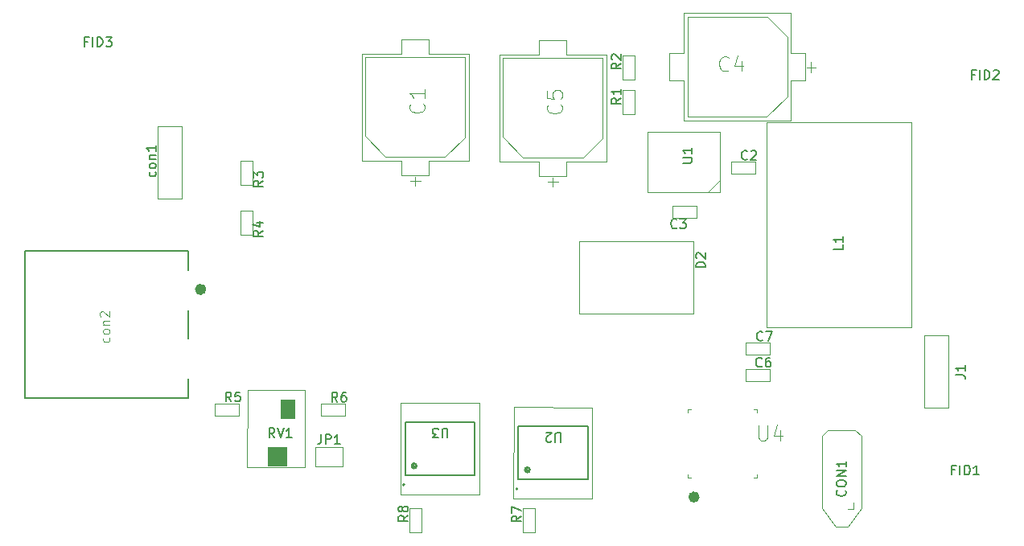
<source format=gbr>
%TF.GenerationSoftware,KiCad,Pcbnew,(5.99.0-11575-g46338403e7)*%
%TF.CreationDate,2021-08-13T15:38:51+02:00*%
%TF.ProjectId,voedings switcher,766f6564-696e-4677-9320-737769746368,rev?*%
%TF.SameCoordinates,Original*%
%TF.FileFunction,Legend,Top*%
%TF.FilePolarity,Positive*%
%FSLAX46Y46*%
G04 Gerber Fmt 4.6, Leading zero omitted, Abs format (unit mm)*
G04 Created by KiCad (PCBNEW (5.99.0-11575-g46338403e7)) date 2021-08-13 15:38:51*
%MOMM*%
%LPD*%
G01*
G04 APERTURE LIST*
%ADD10C,0.150000*%
%ADD11C,0.015000*%
%ADD12C,0.120000*%
%ADD13C,0.200000*%
%ADD14C,0.588558*%
%ADD15C,0.127000*%
%ADD16C,0.609608*%
%ADD17R,2.000000X2.000000*%
%ADD18R,1.500000X2.000000*%
G04 APERTURE END LIST*
D10*
%TO.C,C3*%
X176358333Y-94112142D02*
X176310714Y-94159761D01*
X176167857Y-94207380D01*
X176072619Y-94207380D01*
X175929761Y-94159761D01*
X175834523Y-94064523D01*
X175786904Y-93969285D01*
X175739285Y-93778809D01*
X175739285Y-93635952D01*
X175786904Y-93445476D01*
X175834523Y-93350238D01*
X175929761Y-93255000D01*
X176072619Y-93207380D01*
X176167857Y-93207380D01*
X176310714Y-93255000D01*
X176358333Y-93302619D01*
X176691666Y-93207380D02*
X177310714Y-93207380D01*
X176977380Y-93588333D01*
X177120238Y-93588333D01*
X177215476Y-93635952D01*
X177263095Y-93683571D01*
X177310714Y-93778809D01*
X177310714Y-94016904D01*
X177263095Y-94112142D01*
X177215476Y-94159761D01*
X177120238Y-94207380D01*
X176834523Y-94207380D01*
X176739285Y-94159761D01*
X176691666Y-94112142D01*
%TO.C,R5*%
X129468333Y-112437380D02*
X129135000Y-111961190D01*
X128896904Y-112437380D02*
X128896904Y-111437380D01*
X129277857Y-111437380D01*
X129373095Y-111485000D01*
X129420714Y-111532619D01*
X129468333Y-111627857D01*
X129468333Y-111770714D01*
X129420714Y-111865952D01*
X129373095Y-111913571D01*
X129277857Y-111961190D01*
X128896904Y-111961190D01*
X130373095Y-111437380D02*
X129896904Y-111437380D01*
X129849285Y-111913571D01*
X129896904Y-111865952D01*
X129992142Y-111818333D01*
X130230238Y-111818333D01*
X130325476Y-111865952D01*
X130373095Y-111913571D01*
X130420714Y-112008809D01*
X130420714Y-112246904D01*
X130373095Y-112342142D01*
X130325476Y-112389761D01*
X130230238Y-112437380D01*
X129992142Y-112437380D01*
X129896904Y-112389761D01*
X129849285Y-112342142D01*
D11*
%TO.C,C4*%
X181822532Y-77492429D02*
X181747542Y-77567420D01*
X181522570Y-77642410D01*
X181372589Y-77642410D01*
X181147617Y-77567420D01*
X180997636Y-77417439D01*
X180922645Y-77267457D01*
X180847654Y-76967495D01*
X180847654Y-76742523D01*
X180922645Y-76442560D01*
X180997636Y-76292579D01*
X181147617Y-76142598D01*
X181372589Y-76067607D01*
X181522570Y-76067607D01*
X181747542Y-76142598D01*
X181822532Y-76217589D01*
X183172363Y-76592542D02*
X183172363Y-77642410D01*
X182797410Y-75992617D02*
X182422457Y-77117476D01*
X183397335Y-77117476D01*
D10*
%TO.C,CON1*%
X194077142Y-121764285D02*
X194124761Y-121811904D01*
X194172380Y-121954761D01*
X194172380Y-122050000D01*
X194124761Y-122192857D01*
X194029523Y-122288095D01*
X193934285Y-122335714D01*
X193743809Y-122383333D01*
X193600952Y-122383333D01*
X193410476Y-122335714D01*
X193315238Y-122288095D01*
X193220000Y-122192857D01*
X193172380Y-122050000D01*
X193172380Y-121954761D01*
X193220000Y-121811904D01*
X193267619Y-121764285D01*
X193172380Y-121145238D02*
X193172380Y-120954761D01*
X193220000Y-120859523D01*
X193315238Y-120764285D01*
X193505714Y-120716666D01*
X193839047Y-120716666D01*
X194029523Y-120764285D01*
X194124761Y-120859523D01*
X194172380Y-120954761D01*
X194172380Y-121145238D01*
X194124761Y-121240476D01*
X194029523Y-121335714D01*
X193839047Y-121383333D01*
X193505714Y-121383333D01*
X193315238Y-121335714D01*
X193220000Y-121240476D01*
X193172380Y-121145238D01*
X194172380Y-120288095D02*
X193172380Y-120288095D01*
X194172380Y-119716666D01*
X193172380Y-119716666D01*
X194172380Y-118716666D02*
X194172380Y-119288095D01*
X194172380Y-119002380D02*
X193172380Y-119002380D01*
X193315238Y-119097619D01*
X193410476Y-119192857D01*
X193458095Y-119288095D01*
%TO.C,R6*%
X140643333Y-112462380D02*
X140310000Y-111986190D01*
X140071904Y-112462380D02*
X140071904Y-111462380D01*
X140452857Y-111462380D01*
X140548095Y-111510000D01*
X140595714Y-111557619D01*
X140643333Y-111652857D01*
X140643333Y-111795714D01*
X140595714Y-111890952D01*
X140548095Y-111938571D01*
X140452857Y-111986190D01*
X140071904Y-111986190D01*
X141500476Y-111462380D02*
X141310000Y-111462380D01*
X141214761Y-111510000D01*
X141167142Y-111557619D01*
X141071904Y-111700476D01*
X141024285Y-111890952D01*
X141024285Y-112271904D01*
X141071904Y-112367142D01*
X141119523Y-112414761D01*
X141214761Y-112462380D01*
X141405238Y-112462380D01*
X141500476Y-112414761D01*
X141548095Y-112367142D01*
X141595714Y-112271904D01*
X141595714Y-112033809D01*
X141548095Y-111938571D01*
X141500476Y-111890952D01*
X141405238Y-111843333D01*
X141214761Y-111843333D01*
X141119523Y-111890952D01*
X141071904Y-111938571D01*
X141024285Y-112033809D01*
%TO.C,JP1*%
X138921666Y-115897380D02*
X138921666Y-116611666D01*
X138874047Y-116754523D01*
X138778809Y-116849761D01*
X138635952Y-116897380D01*
X138540714Y-116897380D01*
X139397857Y-116897380D02*
X139397857Y-115897380D01*
X139778809Y-115897380D01*
X139874047Y-115945000D01*
X139921666Y-115992619D01*
X139969285Y-116087857D01*
X139969285Y-116230714D01*
X139921666Y-116325952D01*
X139874047Y-116373571D01*
X139778809Y-116421190D01*
X139397857Y-116421190D01*
X140921666Y-116897380D02*
X140350238Y-116897380D01*
X140635952Y-116897380D02*
X140635952Y-115897380D01*
X140540714Y-116040238D01*
X140445476Y-116135476D01*
X140350238Y-116183095D01*
%TO.C,C7*%
X185383333Y-105957142D02*
X185335714Y-106004761D01*
X185192857Y-106052380D01*
X185097619Y-106052380D01*
X184954761Y-106004761D01*
X184859523Y-105909523D01*
X184811904Y-105814285D01*
X184764285Y-105623809D01*
X184764285Y-105480952D01*
X184811904Y-105290476D01*
X184859523Y-105195238D01*
X184954761Y-105100000D01*
X185097619Y-105052380D01*
X185192857Y-105052380D01*
X185335714Y-105100000D01*
X185383333Y-105147619D01*
X185716666Y-105052380D02*
X186383333Y-105052380D01*
X185954761Y-106052380D01*
%TO.C,RV1*%
X134024761Y-116227772D02*
X133691428Y-115751582D01*
X133453333Y-116227772D02*
X133453333Y-115227772D01*
X133834285Y-115227772D01*
X133929523Y-115275392D01*
X133977142Y-115323011D01*
X134024761Y-115418249D01*
X134024761Y-115561106D01*
X133977142Y-115656344D01*
X133929523Y-115703963D01*
X133834285Y-115751582D01*
X133453333Y-115751582D01*
X134310476Y-115227772D02*
X134643809Y-116227772D01*
X134977142Y-115227772D01*
X135834285Y-116227772D02*
X135262857Y-116227772D01*
X135548571Y-116227772D02*
X135548571Y-115227772D01*
X135453333Y-115370630D01*
X135358095Y-115465868D01*
X135262857Y-115513487D01*
%TO.C,D2*%
X179364380Y-98300095D02*
X178364380Y-98300095D01*
X178364380Y-98062000D01*
X178412000Y-97919142D01*
X178507238Y-97823904D01*
X178602476Y-97776285D01*
X178792952Y-97728666D01*
X178935809Y-97728666D01*
X179126285Y-97776285D01*
X179221523Y-97823904D01*
X179316761Y-97919142D01*
X179364380Y-98062000D01*
X179364380Y-98300095D01*
X178459619Y-97347714D02*
X178412000Y-97300095D01*
X178364380Y-97204857D01*
X178364380Y-96966761D01*
X178412000Y-96871523D01*
X178459619Y-96823904D01*
X178554857Y-96776285D01*
X178650095Y-96776285D01*
X178792952Y-96823904D01*
X179364380Y-97395333D01*
X179364380Y-96776285D01*
%TO.C,U3*%
X152241904Y-116247619D02*
X152241904Y-115438095D01*
X152194285Y-115342857D01*
X152146666Y-115295238D01*
X152051428Y-115247619D01*
X151860952Y-115247619D01*
X151765714Y-115295238D01*
X151718095Y-115342857D01*
X151670476Y-115438095D01*
X151670476Y-116247619D01*
X151289523Y-116247619D02*
X150670476Y-116247619D01*
X151003809Y-115866666D01*
X150860952Y-115866666D01*
X150765714Y-115819047D01*
X150718095Y-115771428D01*
X150670476Y-115676190D01*
X150670476Y-115438095D01*
X150718095Y-115342857D01*
X150765714Y-115295238D01*
X150860952Y-115247619D01*
X151146666Y-115247619D01*
X151241904Y-115295238D01*
X151289523Y-115342857D01*
D11*
%TO.C,U4*%
X184960150Y-114965828D02*
X184960150Y-116240669D01*
X185035140Y-116390650D01*
X185110131Y-116465641D01*
X185260112Y-116540631D01*
X185560075Y-116540631D01*
X185710056Y-116465641D01*
X185785046Y-116390650D01*
X185860037Y-116240669D01*
X185860037Y-114965828D01*
X187284859Y-115490763D02*
X187284859Y-116540631D01*
X186909906Y-114890838D02*
X186534953Y-116015697D01*
X187509831Y-116015697D01*
D10*
%TO.C,C2*%
X183788333Y-86902142D02*
X183740714Y-86949761D01*
X183597857Y-86997380D01*
X183502619Y-86997380D01*
X183359761Y-86949761D01*
X183264523Y-86854523D01*
X183216904Y-86759285D01*
X183169285Y-86568809D01*
X183169285Y-86425952D01*
X183216904Y-86235476D01*
X183264523Y-86140238D01*
X183359761Y-86045000D01*
X183502619Y-85997380D01*
X183597857Y-85997380D01*
X183740714Y-86045000D01*
X183788333Y-86092619D01*
X184169285Y-86092619D02*
X184216904Y-86045000D01*
X184312142Y-85997380D01*
X184550238Y-85997380D01*
X184645476Y-86045000D01*
X184693095Y-86092619D01*
X184740714Y-86187857D01*
X184740714Y-86283095D01*
X184693095Y-86425952D01*
X184121666Y-86997380D01*
X184740714Y-86997380D01*
%TO.C,R4*%
X132777380Y-94431666D02*
X132301190Y-94765000D01*
X132777380Y-95003095D02*
X131777380Y-95003095D01*
X131777380Y-94622142D01*
X131825000Y-94526904D01*
X131872619Y-94479285D01*
X131967857Y-94431666D01*
X132110714Y-94431666D01*
X132205952Y-94479285D01*
X132253571Y-94526904D01*
X132301190Y-94622142D01*
X132301190Y-95003095D01*
X132110714Y-93574523D02*
X132777380Y-93574523D01*
X131729761Y-93812619D02*
X132444047Y-94050714D01*
X132444047Y-93431666D01*
%TO.C,J1*%
X205702380Y-109613333D02*
X206416666Y-109613333D01*
X206559523Y-109660952D01*
X206654761Y-109756190D01*
X206702380Y-109899047D01*
X206702380Y-109994285D01*
X206702380Y-108613333D02*
X206702380Y-109184761D01*
X206702380Y-108899047D02*
X205702380Y-108899047D01*
X205845238Y-108994285D01*
X205940476Y-109089523D01*
X205988095Y-109184761D01*
%TO.C,R2*%
X170472380Y-76816666D02*
X169996190Y-77150000D01*
X170472380Y-77388095D02*
X169472380Y-77388095D01*
X169472380Y-77007142D01*
X169520000Y-76911904D01*
X169567619Y-76864285D01*
X169662857Y-76816666D01*
X169805714Y-76816666D01*
X169900952Y-76864285D01*
X169948571Y-76911904D01*
X169996190Y-77007142D01*
X169996190Y-77388095D01*
X169567619Y-76435714D02*
X169520000Y-76388095D01*
X169472380Y-76292857D01*
X169472380Y-76054761D01*
X169520000Y-75959523D01*
X169567619Y-75911904D01*
X169662857Y-75864285D01*
X169758095Y-75864285D01*
X169900952Y-75911904D01*
X170472380Y-76483333D01*
X170472380Y-75864285D01*
%TO.C,U2*%
X164151904Y-116677619D02*
X164151904Y-115868095D01*
X164104285Y-115772857D01*
X164056666Y-115725238D01*
X163961428Y-115677619D01*
X163770952Y-115677619D01*
X163675714Y-115725238D01*
X163628095Y-115772857D01*
X163580476Y-115868095D01*
X163580476Y-116677619D01*
X163151904Y-116582380D02*
X163104285Y-116630000D01*
X163009047Y-116677619D01*
X162770952Y-116677619D01*
X162675714Y-116630000D01*
X162628095Y-116582380D01*
X162580476Y-116487142D01*
X162580476Y-116391904D01*
X162628095Y-116249047D01*
X163199523Y-115677619D01*
X162580476Y-115677619D01*
%TO.C,R3*%
X132822380Y-89196666D02*
X132346190Y-89530000D01*
X132822380Y-89768095D02*
X131822380Y-89768095D01*
X131822380Y-89387142D01*
X131870000Y-89291904D01*
X131917619Y-89244285D01*
X132012857Y-89196666D01*
X132155714Y-89196666D01*
X132250952Y-89244285D01*
X132298571Y-89291904D01*
X132346190Y-89387142D01*
X132346190Y-89768095D01*
X131822380Y-88863333D02*
X131822380Y-88244285D01*
X132203333Y-88577619D01*
X132203333Y-88434761D01*
X132250952Y-88339523D01*
X132298571Y-88291904D01*
X132393809Y-88244285D01*
X132631904Y-88244285D01*
X132727142Y-88291904D01*
X132774761Y-88339523D01*
X132822380Y-88434761D01*
X132822380Y-88720476D01*
X132774761Y-88815714D01*
X132727142Y-88863333D01*
%TO.C,FID2*%
X207728571Y-78008571D02*
X207395238Y-78008571D01*
X207395238Y-78532380D02*
X207395238Y-77532380D01*
X207871428Y-77532380D01*
X208252380Y-78532380D02*
X208252380Y-77532380D01*
X208728571Y-78532380D02*
X208728571Y-77532380D01*
X208966666Y-77532380D01*
X209109523Y-77580000D01*
X209204761Y-77675238D01*
X209252380Y-77770476D01*
X209300000Y-77960952D01*
X209300000Y-78103809D01*
X209252380Y-78294285D01*
X209204761Y-78389523D01*
X209109523Y-78484761D01*
X208966666Y-78532380D01*
X208728571Y-78532380D01*
X209680952Y-77627619D02*
X209728571Y-77580000D01*
X209823809Y-77532380D01*
X210061904Y-77532380D01*
X210157142Y-77580000D01*
X210204761Y-77627619D01*
X210252380Y-77722857D01*
X210252380Y-77818095D01*
X210204761Y-77960952D01*
X209633333Y-78532380D01*
X210252380Y-78532380D01*
%TO.C,U1*%
X176977380Y-87301904D02*
X177786904Y-87301904D01*
X177882142Y-87254285D01*
X177929761Y-87206666D01*
X177977380Y-87111428D01*
X177977380Y-86920952D01*
X177929761Y-86825714D01*
X177882142Y-86778095D01*
X177786904Y-86730476D01*
X176977380Y-86730476D01*
X177977380Y-85730476D02*
X177977380Y-86301904D01*
X177977380Y-86016190D02*
X176977380Y-86016190D01*
X177120238Y-86111428D01*
X177215476Y-86206666D01*
X177263095Y-86301904D01*
%TO.C,L1*%
X193852380Y-95926666D02*
X193852380Y-96402857D01*
X192852380Y-96402857D01*
X193852380Y-95069523D02*
X193852380Y-95640952D01*
X193852380Y-95355238D02*
X192852380Y-95355238D01*
X192995238Y-95450476D01*
X193090476Y-95545714D01*
X193138095Y-95640952D01*
%TO.C,FID1*%
X205648571Y-119608571D02*
X205315238Y-119608571D01*
X205315238Y-120132380D02*
X205315238Y-119132380D01*
X205791428Y-119132380D01*
X206172380Y-120132380D02*
X206172380Y-119132380D01*
X206648571Y-120132380D02*
X206648571Y-119132380D01*
X206886666Y-119132380D01*
X207029523Y-119180000D01*
X207124761Y-119275238D01*
X207172380Y-119370476D01*
X207220000Y-119560952D01*
X207220000Y-119703809D01*
X207172380Y-119894285D01*
X207124761Y-119989523D01*
X207029523Y-120084761D01*
X206886666Y-120132380D01*
X206648571Y-120132380D01*
X208172380Y-120132380D02*
X207600952Y-120132380D01*
X207886666Y-120132380D02*
X207886666Y-119132380D01*
X207791428Y-119275238D01*
X207696190Y-119370476D01*
X207600952Y-119418095D01*
%TO.C,FID3*%
X114358571Y-74534071D02*
X114025238Y-74534071D01*
X114025238Y-75057880D02*
X114025238Y-74057880D01*
X114501428Y-74057880D01*
X114882380Y-75057880D02*
X114882380Y-74057880D01*
X115358571Y-75057880D02*
X115358571Y-74057880D01*
X115596666Y-74057880D01*
X115739523Y-74105500D01*
X115834761Y-74200738D01*
X115882380Y-74295976D01*
X115930000Y-74486452D01*
X115930000Y-74629309D01*
X115882380Y-74819785D01*
X115834761Y-74915023D01*
X115739523Y-75010261D01*
X115596666Y-75057880D01*
X115358571Y-75057880D01*
X116263333Y-74057880D02*
X116882380Y-74057880D01*
X116549047Y-74438833D01*
X116691904Y-74438833D01*
X116787142Y-74486452D01*
X116834761Y-74534071D01*
X116882380Y-74629309D01*
X116882380Y-74867404D01*
X116834761Y-74962642D01*
X116787142Y-75010261D01*
X116691904Y-75057880D01*
X116406190Y-75057880D01*
X116310952Y-75010261D01*
X116263333Y-74962642D01*
D11*
%TO.C,C1*%
X149652429Y-81057467D02*
X149727420Y-81132457D01*
X149802410Y-81357429D01*
X149802410Y-81507410D01*
X149727420Y-81732382D01*
X149577439Y-81882363D01*
X149427457Y-81957354D01*
X149127495Y-82032345D01*
X148902523Y-82032345D01*
X148602560Y-81957354D01*
X148452579Y-81882363D01*
X148302598Y-81732382D01*
X148227607Y-81507410D01*
X148227607Y-81357429D01*
X148302598Y-81132457D01*
X148377589Y-81057467D01*
X149802410Y-79557654D02*
X149802410Y-80457542D01*
X149802410Y-80007598D02*
X148227607Y-80007598D01*
X148452579Y-80157579D01*
X148602560Y-80307560D01*
X148677551Y-80457542D01*
D10*
%TO.C,R7*%
X159977380Y-124471666D02*
X159501190Y-124805000D01*
X159977380Y-125043095D02*
X158977380Y-125043095D01*
X158977380Y-124662142D01*
X159025000Y-124566904D01*
X159072619Y-124519285D01*
X159167857Y-124471666D01*
X159310714Y-124471666D01*
X159405952Y-124519285D01*
X159453571Y-124566904D01*
X159501190Y-124662142D01*
X159501190Y-125043095D01*
X158977380Y-124138333D02*
X158977380Y-123471666D01*
X159977380Y-123900238D01*
D11*
%TO.C,C5*%
X164132429Y-81147467D02*
X164207420Y-81222457D01*
X164282410Y-81447429D01*
X164282410Y-81597410D01*
X164207420Y-81822382D01*
X164057439Y-81972363D01*
X163907457Y-82047354D01*
X163607495Y-82122345D01*
X163382523Y-82122345D01*
X163082560Y-82047354D01*
X162932579Y-81972363D01*
X162782598Y-81822382D01*
X162707607Y-81597410D01*
X162707607Y-81447429D01*
X162782598Y-81222457D01*
X162857589Y-81147467D01*
X162707607Y-79722645D02*
X162707607Y-80472551D01*
X163457514Y-80547542D01*
X163382523Y-80472551D01*
X163307532Y-80322570D01*
X163307532Y-79947617D01*
X163382523Y-79797636D01*
X163457514Y-79722645D01*
X163607495Y-79647654D01*
X163982448Y-79647654D01*
X164132429Y-79722645D01*
X164207420Y-79797636D01*
X164282410Y-79947617D01*
X164282410Y-80322570D01*
X164207420Y-80472551D01*
X164132429Y-80547542D01*
D10*
%TO.C,R8*%
X148067380Y-124421666D02*
X147591190Y-124755000D01*
X148067380Y-124993095D02*
X147067380Y-124993095D01*
X147067380Y-124612142D01*
X147115000Y-124516904D01*
X147162619Y-124469285D01*
X147257857Y-124421666D01*
X147400714Y-124421666D01*
X147495952Y-124469285D01*
X147543571Y-124516904D01*
X147591190Y-124612142D01*
X147591190Y-124993095D01*
X147495952Y-123850238D02*
X147448333Y-123945476D01*
X147400714Y-123993095D01*
X147305476Y-124040714D01*
X147257857Y-124040714D01*
X147162619Y-123993095D01*
X147115000Y-123945476D01*
X147067380Y-123850238D01*
X147067380Y-123659761D01*
X147115000Y-123564523D01*
X147162619Y-123516904D01*
X147257857Y-123469285D01*
X147305476Y-123469285D01*
X147400714Y-123516904D01*
X147448333Y-123564523D01*
X147495952Y-123659761D01*
X147495952Y-123850238D01*
X147543571Y-123945476D01*
X147591190Y-123993095D01*
X147686428Y-124040714D01*
X147876904Y-124040714D01*
X147972142Y-123993095D01*
X148019761Y-123945476D01*
X148067380Y-123850238D01*
X148067380Y-123659761D01*
X148019761Y-123564523D01*
X147972142Y-123516904D01*
X147876904Y-123469285D01*
X147686428Y-123469285D01*
X147591190Y-123516904D01*
X147543571Y-123564523D01*
X147495952Y-123659761D01*
%TO.C,R1*%
X170472380Y-80476666D02*
X169996190Y-80810000D01*
X170472380Y-81048095D02*
X169472380Y-81048095D01*
X169472380Y-80667142D01*
X169520000Y-80571904D01*
X169567619Y-80524285D01*
X169662857Y-80476666D01*
X169805714Y-80476666D01*
X169900952Y-80524285D01*
X169948571Y-80571904D01*
X169996190Y-80667142D01*
X169996190Y-81048095D01*
X170472380Y-79524285D02*
X170472380Y-80095714D01*
X170472380Y-79810000D02*
X169472380Y-79810000D01*
X169615238Y-79905238D01*
X169710476Y-80000476D01*
X169758095Y-80095714D01*
%TO.C,con1*%
X121474761Y-88242857D02*
X121522380Y-88338095D01*
X121522380Y-88528571D01*
X121474761Y-88623809D01*
X121427142Y-88671428D01*
X121331904Y-88719047D01*
X121046190Y-88719047D01*
X120950952Y-88671428D01*
X120903333Y-88623809D01*
X120855714Y-88528571D01*
X120855714Y-88338095D01*
X120903333Y-88242857D01*
X121522380Y-87671428D02*
X121474761Y-87766666D01*
X121427142Y-87814285D01*
X121331904Y-87861904D01*
X121046190Y-87861904D01*
X120950952Y-87814285D01*
X120903333Y-87766666D01*
X120855714Y-87671428D01*
X120855714Y-87528571D01*
X120903333Y-87433333D01*
X120950952Y-87385714D01*
X121046190Y-87338095D01*
X121331904Y-87338095D01*
X121427142Y-87385714D01*
X121474761Y-87433333D01*
X121522380Y-87528571D01*
X121522380Y-87671428D01*
X120855714Y-86909523D02*
X121522380Y-86909523D01*
X120950952Y-86909523D02*
X120903333Y-86861904D01*
X120855714Y-86766666D01*
X120855714Y-86623809D01*
X120903333Y-86528571D01*
X120998571Y-86480952D01*
X121522380Y-86480952D01*
X121522380Y-85480952D02*
X121522380Y-86052380D01*
X121522380Y-85766666D02*
X120522380Y-85766666D01*
X120665238Y-85861904D01*
X120760476Y-85957142D01*
X120808095Y-86052380D01*
%TO.C,C6*%
X185323333Y-108701750D02*
X185275714Y-108749369D01*
X185132857Y-108796988D01*
X185037619Y-108796988D01*
X184894761Y-108749369D01*
X184799523Y-108654131D01*
X184751904Y-108558893D01*
X184704285Y-108368417D01*
X184704285Y-108225560D01*
X184751904Y-108035084D01*
X184799523Y-107939846D01*
X184894761Y-107844608D01*
X185037619Y-107796988D01*
X185132857Y-107796988D01*
X185275714Y-107844608D01*
X185323333Y-107892227D01*
X186180476Y-107796988D02*
X185990000Y-107796988D01*
X185894761Y-107844608D01*
X185847142Y-107892227D01*
X185751904Y-108035084D01*
X185704285Y-108225560D01*
X185704285Y-108606512D01*
X185751904Y-108701750D01*
X185799523Y-108749369D01*
X185894761Y-108796988D01*
X186085238Y-108796988D01*
X186180476Y-108749369D01*
X186228095Y-108701750D01*
X186275714Y-108606512D01*
X186275714Y-108368417D01*
X186228095Y-108273179D01*
X186180476Y-108225560D01*
X186085238Y-108177941D01*
X185894761Y-108177941D01*
X185799523Y-108225560D01*
X185751904Y-108273179D01*
X185704285Y-108368417D01*
D11*
%TO.C,con2*%
X116602457Y-105682857D02*
X116650076Y-105778095D01*
X116650076Y-105968571D01*
X116602457Y-106063809D01*
X116554838Y-106111428D01*
X116459600Y-106159047D01*
X116173886Y-106159047D01*
X116078648Y-106111428D01*
X116031029Y-106063809D01*
X115983410Y-105968571D01*
X115983410Y-105778095D01*
X116031029Y-105682857D01*
X116650076Y-105111428D02*
X116602457Y-105206666D01*
X116554838Y-105254285D01*
X116459600Y-105301904D01*
X116173886Y-105301904D01*
X116078648Y-105254285D01*
X116031029Y-105206666D01*
X115983410Y-105111428D01*
X115983410Y-104968571D01*
X116031029Y-104873333D01*
X116078648Y-104825714D01*
X116173886Y-104778095D01*
X116459600Y-104778095D01*
X116554838Y-104825714D01*
X116602457Y-104873333D01*
X116650076Y-104968571D01*
X116650076Y-105111428D01*
X115983410Y-104349523D02*
X116650076Y-104349523D01*
X116078648Y-104349523D02*
X116031029Y-104301904D01*
X115983410Y-104206666D01*
X115983410Y-104063809D01*
X116031029Y-103968571D01*
X116126267Y-103920952D01*
X116650076Y-103920952D01*
X115745315Y-103492380D02*
X115697696Y-103444761D01*
X115650076Y-103349523D01*
X115650076Y-103111428D01*
X115697696Y-103016190D01*
X115745315Y-102968571D01*
X115840553Y-102920952D01*
X115935791Y-102920952D01*
X116078648Y-102968571D01*
X116650076Y-103540000D01*
X116650076Y-102920952D01*
D12*
%TO.C,C3*%
X178430000Y-91850000D02*
X178430000Y-92485000D01*
X178430000Y-92485000D02*
X178430000Y-93120000D01*
X178430000Y-93120000D02*
X175890000Y-93120000D01*
X175890000Y-93120000D02*
X175890000Y-91850000D01*
X175890000Y-91850000D02*
X178430000Y-91850000D01*
%TO.C,R5*%
X127730000Y-113890000D02*
X127730000Y-113255000D01*
X127730000Y-112620000D02*
X130270000Y-112620000D01*
X130270000Y-112620000D02*
X130270000Y-113890000D01*
X127730000Y-113255000D02*
X127730000Y-112620000D01*
X130270000Y-113890000D02*
X127730000Y-113890000D01*
%TO.C,C4*%
X175585000Y-78630000D02*
X175585000Y-75730000D01*
X188385000Y-75730000D02*
X189885000Y-75730000D01*
X177485000Y-82430000D02*
X177485000Y-78230000D01*
X187985000Y-78430000D02*
X187985000Y-80330000D01*
X189885000Y-75730000D02*
X189885000Y-78630000D01*
X177085000Y-75730000D02*
X177085000Y-71530000D01*
X177085000Y-78630000D02*
X175585000Y-78630000D01*
X187985000Y-74030000D02*
X187985000Y-78430000D01*
X190485000Y-76730000D02*
X190485000Y-76630000D01*
X190985000Y-77230000D02*
X190085000Y-77230000D01*
X185785000Y-82430000D02*
X177485000Y-82430000D01*
X177485000Y-71930000D02*
X185885000Y-71930000D01*
X189885000Y-78630000D02*
X188385000Y-78630000D01*
X187985000Y-80330000D02*
X185785000Y-82430000D01*
X190485000Y-77730000D02*
X190485000Y-76730000D01*
X175585000Y-75730000D02*
X177085000Y-75730000D01*
X177485000Y-78230000D02*
X177485000Y-71930000D01*
X177085000Y-71530000D02*
X188385000Y-71530000D01*
X188385000Y-78630000D02*
X188385000Y-82830000D01*
X188385000Y-71530000D02*
X188385000Y-75730000D01*
X177085000Y-82830000D02*
X177085000Y-78630000D01*
X185885000Y-71930000D02*
X187985000Y-74030000D01*
X188385000Y-82830000D02*
X177085000Y-82830000D01*
%TO.C,CON1*%
X194990000Y-123725000D02*
X194355000Y-123725000D01*
X194990000Y-123090000D02*
X194990000Y-123725000D01*
X193070000Y-125630000D02*
X191670000Y-123650000D01*
X195770000Y-116070000D02*
X195170000Y-115470000D01*
X194370000Y-125630000D02*
X193070000Y-125630000D01*
X191670000Y-116070000D02*
X192270000Y-115470000D01*
X192270000Y-115470000D02*
X195170000Y-115470000D01*
X195770000Y-116070000D02*
X195770000Y-123650000D01*
X191670000Y-123650000D02*
X191670000Y-116070000D01*
X195770000Y-123650000D02*
X194370000Y-125630000D01*
%TO.C,R6*%
X138905000Y-112645000D02*
X141445000Y-112645000D01*
X141445000Y-112645000D02*
X141445000Y-113915000D01*
X138905000Y-113915000D02*
X138905000Y-113280000D01*
X138905000Y-113280000D02*
X138905000Y-112645000D01*
X141445000Y-113915000D02*
X138905000Y-113915000D01*
%TO.C,JP1*%
X141155000Y-119245000D02*
X138355000Y-119245000D01*
X138355000Y-117245000D02*
X141155000Y-117245000D01*
X138355000Y-119245000D02*
X138355000Y-117245000D01*
X141155000Y-117245000D02*
X141155000Y-119245000D01*
%TO.C,C7*%
X186185000Y-107505000D02*
X183645000Y-107505000D01*
X183645000Y-106235000D02*
X186185000Y-106235000D01*
X183645000Y-106870000D02*
X183645000Y-106235000D01*
X186185000Y-106235000D02*
X186185000Y-107505000D01*
X183645000Y-107505000D02*
X183645000Y-106870000D01*
%TO.C,RV1*%
X137180000Y-119365392D02*
X131150000Y-119365392D01*
X137240000Y-111225392D02*
X137180000Y-119365392D01*
X131150000Y-119365392D02*
X131230000Y-111205392D01*
X131230000Y-111205392D02*
X137240000Y-111225392D01*
%TO.C,D2*%
X170784000Y-103150000D02*
X178150000Y-103150000D01*
X166085000Y-95530000D02*
X166085000Y-103150000D01*
X178150000Y-103150000D02*
X178150000Y-95530000D01*
X166085000Y-103150000D02*
X170784000Y-103150000D01*
X178150000Y-95530000D02*
X166085000Y-95530000D01*
%TO.C,U3*%
X147280000Y-112600000D02*
X155570000Y-112610000D01*
X147270000Y-122210000D02*
X147280000Y-112600000D01*
D13*
X148820000Y-119400000D02*
X148720000Y-119200000D01*
X148720000Y-119000000D02*
X148920000Y-119100000D01*
X147770000Y-120200000D02*
X147770000Y-114600000D01*
X148520000Y-119200000D02*
X148720000Y-119000000D01*
X155070000Y-114600000D02*
X155070000Y-120200000D01*
X148820000Y-119400000D02*
X148520000Y-119200000D01*
X148920000Y-119100000D02*
X148820000Y-119400000D01*
D12*
X155560000Y-122200000D02*
X147270000Y-122210000D01*
X155570000Y-112610000D02*
X155560000Y-122200000D01*
D13*
X147770000Y-114600000D02*
X155070000Y-114600000D01*
X155070000Y-120200000D02*
X147770000Y-120200000D01*
X149002841Y-119200000D02*
G75*
G03*
X149002841Y-119200000I-282841J0D01*
G01*
X147720000Y-121200000D02*
G75*
G03*
X147720000Y-121200000I-100000J0D01*
G01*
D12*
%TO.C,U4*%
X177560000Y-120428221D02*
X177560000Y-120098221D01*
X177560000Y-113228221D02*
X177560000Y-113558221D01*
X177890000Y-113228221D02*
X177560000Y-113228221D01*
X184430000Y-113228221D02*
X184760000Y-113228221D01*
X177890000Y-120428221D02*
X177560000Y-120428221D01*
X184760000Y-120428221D02*
X184760000Y-120098221D01*
X184430000Y-120428221D02*
X184760000Y-120428221D01*
X184760000Y-113228221D02*
X184760000Y-113558221D01*
D14*
X178464279Y-122488221D02*
G75*
G03*
X178464279Y-122488221I-294279J0D01*
G01*
D12*
%TO.C,C2*%
X184590000Y-87180000D02*
X184590000Y-88450000D01*
X184590000Y-88450000D02*
X182050000Y-88450000D01*
X182050000Y-87180000D02*
X184590000Y-87180000D01*
X182050000Y-87815000D02*
X182050000Y-87180000D01*
X182050000Y-88450000D02*
X182050000Y-87815000D01*
%TO.C,R4*%
X130420000Y-94900000D02*
X130420000Y-92360000D01*
X131690000Y-92360000D02*
X131690000Y-94900000D01*
X131690000Y-94900000D02*
X130420000Y-94900000D01*
X130420000Y-92360000D02*
X131055000Y-92360000D01*
X131055000Y-92360000D02*
X131690000Y-92360000D01*
%TO.C,J1*%
X202440000Y-105470000D02*
X203710000Y-105470000D01*
X204980000Y-105470000D02*
X204980000Y-113090000D01*
X203710000Y-105470000D02*
X204980000Y-105470000D01*
X204980000Y-113090000D02*
X202440000Y-113090000D01*
X202440000Y-105470000D02*
X202440000Y-113090000D01*
X203710000Y-113090000D02*
X204980000Y-113090000D01*
%TO.C,R2*%
X171290000Y-78555000D02*
X170655000Y-78555000D01*
X170655000Y-78555000D02*
X170655000Y-76015000D01*
X171925000Y-78555000D02*
X171290000Y-78555000D01*
X171925000Y-76015000D02*
X171925000Y-78555000D01*
X170655000Y-76015000D02*
X171925000Y-76015000D01*
%TO.C,U2*%
X159190000Y-113030000D02*
X167480000Y-113040000D01*
D13*
X160430000Y-119630000D02*
X160630000Y-119430000D01*
X160730000Y-119830000D02*
X160630000Y-119630000D01*
X166980000Y-120630000D02*
X159680000Y-120630000D01*
D12*
X159180000Y-122640000D02*
X159190000Y-113030000D01*
D13*
X159680000Y-115030000D02*
X166980000Y-115030000D01*
X166980000Y-115030000D02*
X166980000Y-120630000D01*
X160630000Y-119430000D02*
X160830000Y-119530000D01*
D12*
X167480000Y-113040000D02*
X167470000Y-122630000D01*
X167470000Y-122630000D02*
X159180000Y-122640000D01*
D13*
X160830000Y-119530000D02*
X160730000Y-119830000D01*
X159680000Y-120630000D02*
X159680000Y-115030000D01*
X160730000Y-119830000D02*
X160430000Y-119630000D01*
X159630000Y-121630000D02*
G75*
G03*
X159630000Y-121630000I-100000J0D01*
G01*
X160912841Y-119630000D02*
G75*
G03*
X160912841Y-119630000I-282841J0D01*
G01*
D12*
%TO.C,R3*%
X130465000Y-87125000D02*
X131100000Y-87125000D01*
X131100000Y-87125000D02*
X131735000Y-87125000D01*
X131735000Y-87125000D02*
X131735000Y-89665000D01*
X131735000Y-89665000D02*
X130465000Y-89665000D01*
X130465000Y-89665000D02*
X130465000Y-87125000D01*
%TO.C,U1*%
X179600000Y-90350000D02*
X180870000Y-89080000D01*
X179600000Y-90350000D02*
X173250000Y-90350000D01*
X173250000Y-84000000D02*
X180870000Y-84000000D01*
X173250000Y-90350000D02*
X173250000Y-84000000D01*
X180870000Y-84000000D02*
X180870000Y-90350000D01*
X180870000Y-90350000D02*
X179600000Y-90350000D01*
%TO.C,L1*%
X190860000Y-104650000D02*
X195940000Y-104650000D01*
X185780000Y-83060000D02*
X185780000Y-104650000D01*
X201020000Y-104650000D02*
X201020000Y-83060000D01*
X195940000Y-104650000D02*
X201020000Y-104650000D01*
X185780000Y-104650000D02*
X190860000Y-104650000D01*
X201020000Y-83060000D02*
X185780000Y-83060000D01*
%TO.C,C1*%
X147390000Y-88595000D02*
X147390000Y-87095000D01*
X147590000Y-86695000D02*
X145690000Y-86695000D01*
X149290000Y-89195000D02*
X149390000Y-89195000D01*
X151990000Y-86695000D02*
X147590000Y-86695000D01*
X154090000Y-84595000D02*
X151990000Y-86695000D01*
X150290000Y-87095000D02*
X150290000Y-88595000D01*
X154090000Y-76195000D02*
X154090000Y-84595000D01*
X143190000Y-75795000D02*
X147390000Y-75795000D01*
X154490000Y-75795000D02*
X154490000Y-87095000D01*
X145690000Y-86695000D02*
X143590000Y-84495000D01*
X147390000Y-87095000D02*
X143190000Y-87095000D01*
X147790000Y-76195000D02*
X154090000Y-76195000D01*
X148290000Y-89195000D02*
X149290000Y-89195000D01*
X150290000Y-88595000D02*
X147390000Y-88595000D01*
X143190000Y-87095000D02*
X143190000Y-75795000D01*
X143590000Y-84495000D02*
X143590000Y-76195000D01*
X147390000Y-75795000D02*
X147390000Y-74295000D01*
X143590000Y-76195000D02*
X147790000Y-76195000D01*
X147390000Y-74295000D02*
X150290000Y-74295000D01*
X148790000Y-89695000D02*
X148790000Y-88795000D01*
X150290000Y-74295000D02*
X150290000Y-75795000D01*
X150290000Y-75795000D02*
X154490000Y-75795000D01*
X154490000Y-87095000D02*
X150290000Y-87095000D01*
%TO.C,R7*%
X160795000Y-126210000D02*
X160160000Y-126210000D01*
X161430000Y-123670000D02*
X161430000Y-126210000D01*
X160160000Y-126210000D02*
X160160000Y-123670000D01*
X161430000Y-126210000D02*
X160795000Y-126210000D01*
X160160000Y-123670000D02*
X161430000Y-123670000D01*
%TO.C,C5*%
X161870000Y-75885000D02*
X161870000Y-74385000D01*
X161870000Y-88685000D02*
X161870000Y-87185000D01*
X163770000Y-89285000D02*
X163870000Y-89285000D01*
X158070000Y-84585000D02*
X158070000Y-76285000D01*
X157670000Y-87185000D02*
X157670000Y-75885000D01*
X162770000Y-89285000D02*
X163770000Y-89285000D01*
X157670000Y-75885000D02*
X161870000Y-75885000D01*
X161870000Y-87185000D02*
X157670000Y-87185000D01*
X164770000Y-74385000D02*
X164770000Y-75885000D01*
X158070000Y-76285000D02*
X162270000Y-76285000D01*
X166470000Y-86785000D02*
X162070000Y-86785000D01*
X162070000Y-86785000D02*
X160170000Y-86785000D01*
X164770000Y-75885000D02*
X168970000Y-75885000D01*
X163270000Y-89785000D02*
X163270000Y-88885000D01*
X164770000Y-88685000D02*
X161870000Y-88685000D01*
X168570000Y-76285000D02*
X168570000Y-84685000D01*
X161870000Y-74385000D02*
X164770000Y-74385000D01*
X160170000Y-86785000D02*
X158070000Y-84585000D01*
X168570000Y-84685000D02*
X166470000Y-86785000D01*
X168970000Y-87185000D02*
X164770000Y-87185000D01*
X164770000Y-87185000D02*
X164770000Y-88685000D01*
X168970000Y-75885000D02*
X168970000Y-87185000D01*
X162270000Y-76285000D02*
X168570000Y-76285000D01*
%TO.C,R8*%
X148885000Y-126160000D02*
X148250000Y-126160000D01*
X149520000Y-123620000D02*
X149520000Y-126160000D01*
X148250000Y-123620000D02*
X149520000Y-123620000D01*
X148250000Y-126160000D02*
X148250000Y-123620000D01*
X149520000Y-126160000D02*
X148885000Y-126160000D01*
%TO.C,R1*%
X170655000Y-79675000D02*
X171925000Y-79675000D01*
X170655000Y-82215000D02*
X170655000Y-79675000D01*
X171925000Y-82215000D02*
X171290000Y-82215000D01*
X171290000Y-82215000D02*
X170655000Y-82215000D01*
X171925000Y-79675000D02*
X171925000Y-82215000D01*
%TO.C,con1*%
X123020000Y-91070000D02*
X121750000Y-91070000D01*
X124290000Y-83450000D02*
X124290000Y-91070000D01*
X121750000Y-83450000D02*
X124290000Y-83450000D01*
X124290000Y-91070000D02*
X123020000Y-91070000D01*
X121750000Y-91070000D02*
X121750000Y-83450000D01*
%TO.C,C6*%
X183585000Y-109614608D02*
X183585000Y-108979608D01*
X186125000Y-110249608D02*
X183585000Y-110249608D01*
X183585000Y-108979608D02*
X186125000Y-108979608D01*
X183585000Y-110249608D02*
X183585000Y-109614608D01*
X186125000Y-108979608D02*
X186125000Y-110249608D01*
D15*
%TO.C,con2*%
X107757696Y-112060000D02*
X107757696Y-96560000D01*
X124957696Y-96560000D02*
X124957696Y-98600000D01*
X124957696Y-112060000D02*
X107757696Y-112060000D01*
X124957696Y-102820000D02*
X124957696Y-105800000D01*
X124957696Y-110020000D02*
X124957696Y-112060000D01*
X107757696Y-96560000D02*
X124957696Y-96560000D01*
D16*
X126552500Y-100620000D02*
G75*
G03*
X126552500Y-100620000I-304804J0D01*
G01*
%TD*%
D17*
%TO.C,RV1*%
X134350000Y-118235392D03*
D18*
X135440000Y-113235392D03*
%TD*%
M02*

</source>
